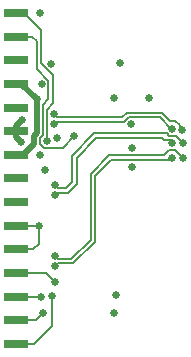
<source format=gbl>
%FSLAX25Y25*%
%MOIN*%
G70*
G01*
G75*
G04 Layer_Physical_Order=4*
G04 Layer_Color=16711680*
%ADD10R,0.07874X0.03150*%
%ADD11R,0.03937X0.03740*%
%ADD12R,0.02362X0.03150*%
%ADD13R,0.07874X0.00787*%
%ADD14R,0.03937X0.03543*%
%ADD15R,0.03543X0.03937*%
%ADD16C,0.00800*%
%ADD17C,0.02000*%
%ADD18C,0.02600*%
%ADD19C,0.04000*%
%ADD20C,0.03200*%
%ADD21C,0.01000*%
D10*
X447500Y384488D02*
D03*
Y392362D02*
D03*
Y376614D02*
D03*
Y368740D02*
D03*
Y360866D02*
D03*
Y352992D02*
D03*
Y345118D02*
D03*
Y337244D02*
D03*
Y329370D02*
D03*
Y321496D02*
D03*
Y313622D02*
D03*
Y305748D02*
D03*
Y297874D02*
D03*
Y290000D02*
D03*
Y400236D02*
D03*
D16*
X460000Y363103D02*
X460900Y364003D01*
X482788Y365603D02*
X484235Y367050D01*
X483451Y364003D02*
X484897Y365450D01*
X460900Y364003D02*
X483451D01*
X460900Y365603D02*
X482788D01*
X501940Y362290D02*
X502840Y361390D01*
X500550Y359420D02*
X503090Y356880D01*
X460500Y315859D02*
X461400Y316759D01*
X460500Y319259D02*
X461400Y318359D01*
X498487Y359420D02*
X500550D01*
X497817Y360090D02*
X498487Y359420D01*
X473477Y360090D02*
X497817D01*
X460500Y342881D02*
X461400Y341981D01*
X464060D01*
X461400Y316759D02*
X466532D01*
X473820Y324047D01*
Y346020D01*
X479150Y351350D01*
X461400Y318359D02*
X465869D01*
X472220Y324710D01*
Y346683D01*
X478487Y352950D01*
X460500Y339481D02*
X461400Y340381D01*
X464723D01*
X467710Y343368D01*
Y352060D01*
X474140Y358490D01*
X495890D01*
X496560Y357820D01*
X498590D01*
X499490Y356920D01*
X464060Y341981D02*
X466110Y344031D01*
Y352723D01*
X473477Y360090D01*
X478487Y352950D02*
X488810D01*
X489690D01*
X500530Y354580D02*
X503070Y352040D01*
X498324Y354580D02*
X500530D01*
X488810Y352950D02*
X496695D01*
X498324Y354580D01*
X479150Y351350D02*
X498630D01*
X499360Y352080D01*
X447500Y352992D02*
X450032D01*
X447500Y313622D02*
X457238D01*
X460280Y310580D01*
X447500Y297874D02*
X453884D01*
X456230Y300220D01*
X447500Y290000D02*
X453360D01*
X459330Y295970D01*
Y306000D01*
X447500Y321496D02*
X453066D01*
X454980Y323410D01*
Y329330D01*
X447500Y329370D02*
X454940D01*
X454980Y329330D01*
X462950Y355270D02*
X466770Y359090D01*
X456617Y355270D02*
X462950D01*
X460000Y366503D02*
X460900Y365603D01*
X457570Y357570D02*
X457700Y357700D01*
Y368060D01*
X459790Y370150D01*
X458186Y371656D02*
Y377704D01*
X455650Y383697D02*
X459790Y379557D01*
X454250Y381640D02*
X458186Y377704D01*
X455650Y383697D02*
Y394520D01*
X449934Y400236D02*
X455650Y394520D01*
X447500Y400236D02*
X449934D01*
X459790Y370150D02*
Y379557D01*
X447500Y392362D02*
X452828D01*
X454250Y390940D01*
Y381640D02*
Y390940D01*
X484235Y367050D02*
X495920D01*
X498987Y361720D02*
X499440D01*
X484897Y365450D02*
X495257D01*
X498987Y361720D01*
X498620Y364350D02*
X500346D01*
X501940Y362290D02*
Y362755D01*
X495920Y367050D02*
X498620Y364350D01*
X500346D02*
X501940Y362755D01*
X456220Y369690D02*
X458186Y371656D01*
X456220Y359473D02*
Y369690D01*
X455270Y358523D02*
X456220Y359473D01*
X455270Y356617D02*
Y358523D01*
Y356617D02*
X456617Y355270D01*
X447500Y305748D02*
X455752D01*
D17*
X447500Y360866D02*
Y362690D01*
X449390Y364580D01*
X447500Y358810D02*
Y360866D01*
Y358810D02*
X449160Y357150D01*
X449036Y376614D02*
X454220Y371430D01*
X447500Y376614D02*
X449036D01*
X447500Y352992D02*
X449572D01*
X453270Y356690D01*
Y359351D01*
X454220Y360301D01*
Y371430D01*
D18*
X486000Y349000D02*
D03*
X455752Y305748D02*
D03*
X460500Y319259D02*
D03*
Y315859D02*
D03*
X460000Y363103D02*
D03*
X460500Y342881D02*
D03*
Y339481D02*
D03*
X455508Y352992D02*
D03*
X455886Y376614D02*
D03*
X455264Y400236D02*
D03*
X485850Y363150D02*
D03*
X491810Y372000D02*
D03*
X480012Y372018D02*
D03*
X502840Y361390D02*
D03*
X485980Y355310D02*
D03*
X499490Y356920D02*
D03*
X499440Y361720D02*
D03*
X503090Y356880D02*
D03*
X499360Y352080D02*
D03*
X503070Y352040D02*
D03*
X449390Y364580D02*
D03*
X449160Y357150D02*
D03*
X466770Y359090D02*
D03*
X461170Y358530D02*
D03*
X457120Y348040D02*
D03*
X459200Y383400D02*
D03*
X482200Y383670D02*
D03*
X457570Y357570D02*
D03*
X460280Y310580D02*
D03*
X459330Y306000D02*
D03*
X456230Y300220D02*
D03*
X479900Y300360D02*
D03*
X454980Y329330D02*
D03*
X480810Y306290D02*
D03*
X460000Y366503D02*
D03*
X454220Y371430D02*
D03*
M02*

</source>
